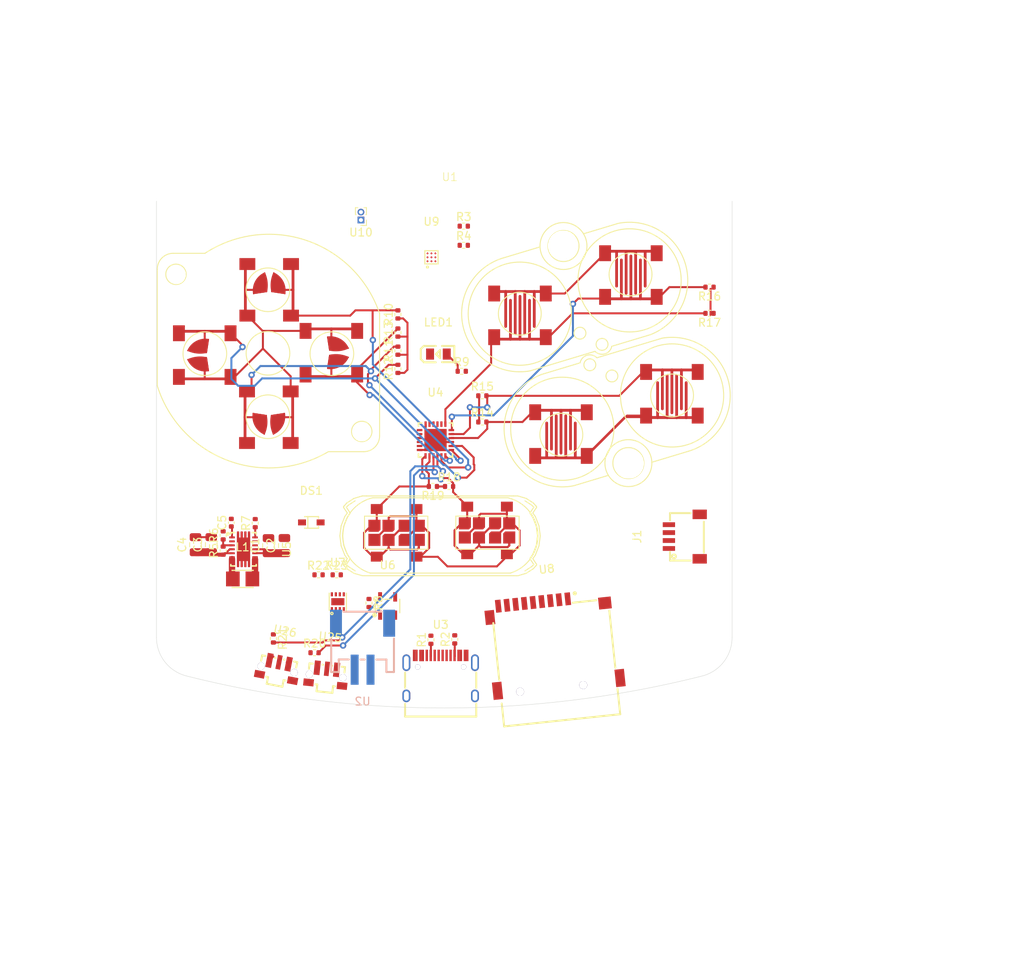
<source format=kicad_pcb>
(kicad_pcb (version 20221018) (generator pcbnew)
  (layers (0 "F.Cu" signal) (31 "B.Cu" signal) (34 "B.Paste" user) (35 "F.Paste" user) (36 "B.SilkS" user "B.Silkscreen") (37 "F.SilkS" user "F.Silkscreen") (38 "B.Mask" user) (39 "F.Mask" user) (44 "Edge.Cuts" user))
  (net 0 "")
  (net 1 "vina")
  (net 2 "gnd")
  (net 3 "out")
  (net 4 "vcc-1")
  (net 5 "vcc-2")
  (net 6 "pg")
  (net 7 "l2")
  (net 8 "l1")
  (net 9 "p1_0")
  (net 10 "p1_1")
  (net 11 "p1_2")
  (net 12 "p1_3")
  (net 13 "p0_0")
  (net 14 "p0_1")
  (net 15 "p0_2")
  (net 16 "p0_3")
  (net 17 "p0_4")
  (net 18 "p0_5")
  (net 19 "p0_6")
  (net 20 "p0_7")
  (net 21 "p1_4")
  (net 22 "p1_5")
  (net 23 "p1_6")
  (net 24 "p1_7")
  (net 25 "scl")
  (net 26 "sda")
  (net 27 "vcc")
  (net 28 "intn")
  (net 29 "rstn")
  (net 30 "vcc-3")
  (net 31 "sbu2")
  (net 32 "cc1")
  (net 33 "dm")
  (net 34 "dp")
  (net 35 "sbu1")
  (net 36 "cc2")
  (net 37 "vol_down.btn.btn-_4")
  (net 38 "vol_up.btn.btn-_4")
  (net 39 "mcp73831-gnd")
  (net 40 "prog")
  (net 41 "dat2")
  (net 42 "cs")
  (net 43 "mosi")
  (net 44 "sck")
  (net 45 "miso")
  (net 46 "dat1")
  (net 47 "net")
  (net 48 "uSD.card-ep")
  (net 49 "cathode")
  (net 50 "battery_measurement")
  (net 51 "ctg")
  (net 52 "qstrt")
  (net 53 "max17048-ep")
  (net 54 "en")
  (net 55 "reg")
  (net 56 "a")
  (net 57 "in_trig")
  (net 58 "b")
  (footprint "lib:R0402" (layer "F.Cu") (at 123.274 68.785 90)
    (fp_text reference "R12")
    (fp_text value "62.5mW Thick Film Resistors 50V ±100ppm/℃ ±1% 10kΩ 0402  Chip Resistor - Surface Mount ROHS")
  )
  (footprint "lib:C0805" (layer "F.Cu") (at 108.977903 91.054277 90)
    (fp_text reference "C2")
    (fp_text value "25V 10uF X5R ±10% 0805  Multilayer Ceramic Capacitors MLCC - SMD/SMT ROHS")
  )
  (footprint "lib:SOD-323_L1.8-W1.3-LS2.5-RD" (layer "F.Cu") (at 112.368 88.138)
    (fp_text reference "DS1")
    (fp_text value "")
  )
  (footprint "lib:VSON-14_L4.0-W3.0-P0.50-BL-EP_TI_DSJ" (layer "F.Cu") (at 103.828721 91.523474 -90)
    (fp_text reference "U5")
    (fp_text value "")
  )
  (footprint "lib:R0402" (layer "F.Cu") (at 107.59 102.76 -90)
    (fp_text reference "R21")
    (fp_text value "62.5mW Thick Film Resistors 50V ±100ppm/℃ ±1% 10kΩ 0402  Chip Resistor - Surface Mount ROHS")
  )
  (footprint "lib:SW-SMD_E-SWITCH_TL3340" (layer "F.Cu") (at 108.113453 106.722937 -11)
    (fp_text reference "U26")
    (fp_text value "")
  )
  (footprint "lib:GAMEBOY_COLOR_START_SELECT_MEMBRANE" (layer "F.Cu") (at 128.3352 89.4669)
    (fp_text reference "U22" hide)
    (fp_text value "" hide)
  )
  (footprint "lib:R0402" (layer "F.Cu") (at 123.274 61.925 90)
    (fp_text reference "R10")
    (fp_text value "62.5mW Thick Film Resistors 50V ±100ppm/℃ ±1% 10kΩ 0402  Chip Resistor - Surface Mount ROHS")
  )
  (footprint "lib:SOT-23-5_L3.0-W1.7-P0.95-LS2.8-BL" (layer "F.Cu") (at 121.981 98.672)
    (fp_text reference "U6")
    (fp_text value "")
  )
  (footprint "lib:R0402" (layer "F.Cu") (at 115.568 94.742)
    (fp_text reference "R23")
    (fp_text value "62.5mW Thick Film Resistors 50V ±100ppm/℃ ±1% 249Ω 0402  Chip Resistor - Surface Mount ROHS")
  )
  (footprint "lib:C0805" (layer "F.Cu") (at 106.974127 91.066119 90)
    (fp_text reference "C1")
    (fp_text value "25V 10uF X5R ±10% 0805  Multilayer Ceramic Capacitors MLCC - SMD/SMT ROHS")
  )
  (footprint "lib:GBC_DPAD_BUTTON" (layer "F.Cu") (at 107.018 74.879 90)
    (fp_text reference "U13" hide)
    (fp_text value "" hide)
  )
  (footprint "lib:DSBGA-9_L1.5-W1.5-R3-C3-P0.50-BL" (layer "F.Cu") (at 127.5 54.729)
    (fp_text reference "U9")
    (fp_text value "")
  )
  (footprint "lib:R0402" (layer "F.Cu") (at 129.718 83.607)
    (fp_text reference "R18")
    (fp_text value "62.5mW Thick Film Resistors 50V ±100ppm/℃ ±1% 10kΩ 0402  Chip Resistor - Surface Mount ROHS")
  )
  (footprint "lib:R0402" (layer "F.Cu") (at 131.57 53.213)
    (fp_text reference "R4")
    (fp_text value "62.5mW Thick Film Resistors 50V ±100ppm/℃ ±1% 10kΩ 0402  Chip Resistor - Surface Mount ROHS")
  )
  (footprint "lib:CONN-SMD_4P-P1.00_SM04B-SRSS-TB-LF-SN" (layer "F.Cu") (at 159.35 89.922 90)
    (fp_text reference "J1")
    (fp_text value "")
  )
  (footprint "lib:R0402" (layer "F.Cu") (at 101.264857 89.772847 90)
    (fp_text reference "R6")
    (fp_text value "62.5mW Thick Film Resistors 50V ±100ppm/℃ ±1% 27.4kΩ 0402  Chip Resistor - Surface Mount ROHS")
  )
  (footprint "lib:GBC_START_SELECT_BUTTON" (layer "F.Cu") (at 134.502 89.147 90)
    (fp_text reference "U23" hide)
    (fp_text value "" hide)
  )
  (footprint "lib:GBC_DPAD_BUTTON" (layer "F.Cu") (at 114.892 66.751 180)
    (fp_text reference "U15" hide)
    (fp_text value "" hide)
  )
  (footprint "lib:SIM-SMD_C9900007362" (layer "F.Cu") (at 142.986109 103.27631 6)
    (fp_text reference "U8")
    (fp_text value "")
  )
  (footprint "lib:R0402" (layer "F.Cu") (at 127.682 83.607 180)
    (fp_text reference "R19")
    (fp_text value "62.5mW Thick Film Resistors 50V ±100ppm/℃ ±1% 10kΩ 0402  Chip Resistor - Surface Mount ROHS")
  )
  (footprint "lib:R0402" (layer "F.Cu") (at 130.433795 102.87903 90)
    (fp_text reference "R2")
    (fp_text value "62.5mW Thick Film Resistors 50V ±100ppm/℃ ±1% 4.7kΩ 0402  Chip Resistor - Surface Mount ROHS")
  )
  (footprint "lib:GBC_A_B_BUTTON" (layer "F.Cu") (at 138.650695 62.041068 180)
    (fp_text reference "U21" hide)
    (fp_text value "" hide)
  )
  (footprint "lib:R0402" (layer "F.Cu") (at 131.316 69.088)
    (fp_text reference "R9")
    (fp_text value "62.5mW Thick Film Resistors 50V ±100ppm/℃ ±1% 2.55kΩ 0402  Chip Resistor - Surface Mount ROHS")
  )
  (footprint "lib:R0402" (layer "F.Cu") (at 162.526695 61.787068 180)
    (fp_text reference "R17")
    (fp_text value "62.5mW Thick Film Resistors 50V ±100ppm/℃ ±1% 10kΩ 0402  Chip Resistor - Surface Mount ROHS")
  )
  (footprint "lib:R0402" (layer "F.Cu") (at 123.274 66.495 90)
    (fp_text reference "R11")
    (fp_text value "62.5mW Thick Film Resistors 50V ±100ppm/℃ ±1% 10kΩ 0402  Chip Resistor - Surface Mount ROHS")
  )
  (footprint "lib:R0402" (layer "F.Cu") (at 127.433149 102.926103 90)
    (fp_text reference "R1")
    (fp_text value "62.5mW Thick Film Resistors 50V ±100ppm/℃ ±1% 4.7kΩ 0402  Chip Resistor - Surface Mount ROHS")
  )
  (footprint "lib:R0402" (layer "F.Cu") (at 113.282 94.742)
    (fp_text reference "R22")
    (fp_text value "62.5mW Thick Film Resistors 50V ±100ppm/℃ ±1% 255Ω 0402  Chip Resistor - Surface Mount ROHS")
  )
  (footprint "lib:LED0805-R-RD" (layer "F.Cu") (at 128.376 66.922)
    (fp_text reference "LED1")
    (fp_text value "")
  )
  (footprint "lib:USB-C-SMD_TYPE-611-T3-W" (layer "F.Cu") (at 128.6602 107.4486)
    (fp_text reference "U3")
    (fp_text value "")
  )
  (footprint "lib:R0402" (layer "F.Cu") (at 162.526695 58.485068 180)
    (fp_text reference "R16")
    (fp_text value "62.5mW Thick Film Resistors 50V ±100ppm/℃ ±1% 10kΩ 0402  Chip Resistor - Surface Mount ROHS")
  )
  (footprint "lib:C0805" (layer "F.Cu") (at 99.764719 90.940719 90)
    (fp_text reference "C3")
    (fp_text value "25V 10uF X5R ±10% 0805  Multilayer Ceramic Capacitors MLCC - SMD/SMT ROHS")
  )
  (footprint "lib:DFN-8_L2.0-W2.0-P0.50-BL-EP" (layer "F.Cu") (at 115.709 98.13)
    (fp_text reference "U7")
    (fp_text value "")
  )
  (footprint "lib:GBC_A_B_BUTTON" (layer "F.Cu") (at 152.620695 56.961068 180)
    (fp_text reference "U20" hide)
    (fp_text value "" hide)
  )
  (footprint "lib:GAMEBOY_COLOR_A_B_BUTTON_MEMBRANE" (layer "F.Cu") (at 145.617445 59.361352 180)
    (fp_text reference "U19" hide)
    (fp_text value "" hide)
  )
  (footprint "Connector_PinHeader_1.00mm:PinHeader_1x02_P1.00mm_Vertical" (layer "F.Cu") (at 118.618 50.03 180)
    (fp_text reference "U10")
    (fp_text value "")
  )
  (footprint "lib:GBC_DPAD_BUTTON" (layer "F.Cu") (at 98.942 67.049)
    (fp_text reference "U14" hide)
    (fp_text value "" hide)
  )
  (footprint "lib:SW-SMD_E-SWITCH_TL3340" (layer "F.Cu") (at 114.229858 107.555873 -6)
    (fp_text reference "U25")
    (fp_text value "")
  )
  (footprint "lib:C0402" (layer "F.Cu") (at 102.290406 88.171258 90)
    (fp_text reference "C5")
    (fp_text value "16V 100nF X7R ±10% 0402  Multilayer Ceramic Capacitors MLCC - SMD/SMT ROHS")
  )
  (footprint "lib:GBC_A_B_BUTTON" (layer "F.Cu") (at 143.816 77.006)
    (fp_text reference "U17" hide)
    (fp_text value "" hide)
  )
  (footprint "lib:GBC_START_SELECT_BUTTON" (layer "F.Cu") (at 123.112 89.449 90)
    (fp_text reference "U24" hide)
    (fp_text value "" hide)
  )
  (footprint "lib:GBC_DPAD_BUTTON" (layer "F.Cu") (at 107.062 58.825 -90)
    (fp_text reference "U12" hide)
    (fp_text value "" hide)
  )
  (footprint "lib:C0805" (layer "F.Cu") (at 97.778839 90.949379 90)
    (fp_text reference "C4")
    (fp_text value "25V 10uF X5R ±10% 0805  Multilayer Ceramic Capacitors MLCC - SMD/SMT ROHS")
  )
  (footprint "lib:GBC_A_B_BUTTON" (layer "F.Cu") (at 157.786 71.926)
    (fp_text reference "U18" hide)
    (fp_text value "" hide)
  )
  (footprint "lib:R0402" (layer "F.Cu") (at 133.91 75.482)
    (fp_text reference "R14")
    (fp_text value "62.5mW Thick Film Resistors 50V ±100ppm/℃ ±1% 10kΩ 0402  Chip Resistor - Surface Mount ROHS")
  )
  (footprint "lib:R0402" (layer "F.Cu") (at 105.304202 88.231331 90)
    (fp_text reference "R7")
    (fp_text value "62.5mW Thick Film Resistors 50V ±100ppm/℃ ±1% 1MΩ 0402  Chip Resistor - Surface Mount ROHS")
  )
  (footprint "lib:R0402" (layer "F.Cu") (at 101.264857 91.692 90)
    (fp_text reference "R5")
    (fp_text value "62.5mW Thick Film Resistors 50V ±100ppm/℃ ±1% 243kΩ 0402  Chip Resistor - Surface Mount ROHS")
  )
  (footprint "lib:BOX_EMU_BASE" (layer "F.Cu") (at 129.805 45.108)
    (fp_text reference "U1")
    (fp_text value "")
    (fp_line (start -36.94 2.539769) (end -36.94 57.529759) (stroke (width 0.05)) (layer "Edge.Cuts"))
    (fp_line (start 35.56 57.537278) (end 35.56 2.54) (stroke (width 0.05)) (layer "Edge.Cuts"))
    (fp_arc (start -33.163661 62.377719) (mid -35.884512 60.602359) (end -36.94 57.529759) (stroke (width 0.05)) (layer "Edge.Cuts"))
    (fp_arc (start 31.856609 62.368841) (mid -0.652974 66.414981) (end -33.16366 62.377719) (stroke (width 0.05)) (layer "Edge.Cuts"))
    (fp_arc (start 35.56 57.537278) (mid 34.528359 60.58163) (end 31.856609 62.368841) (stroke (width 0.05)) (layer "Edge.Cuts"))
  )
  (footprint "lib:R0402" (layer "F.Cu") (at 131.57 50.8)
    (fp_text reference "R3")
    (fp_text value "62.5mW Thick Film Resistors 50V ±100ppm/℃ ±1% 10kΩ 0402  Chip Resistor - Surface Mount ROHS")
  )
  (footprint "lib:R0402" (layer "F.Cu") (at 133.91 72.18)
    (fp_text reference "R15")
    (fp_text value "62.5mW Thick Film Resistors 50V ±100ppm/℃ ±1% 10kΩ 0402  Chip Resistor - Surface Mount ROHS")
  )
  (footprint "lib:IND-SMD_L2.5-W2.0_WPN252012H" (layer "F.Cu") (at 103.714939 95.258748)
    (fp_text reference "L1")
    (fp_text value "")
  )
  (footprint "lib:R0402" (layer "F.Cu") (at 123.274 64.211 90)
    (fp_text reference "R13")
    (fp_text value "62.5mW Thick Film Resistors 50V ±100ppm/℃ ±1% 10kΩ 0402  Chip Resistor - Surface Mount ROHS")
  )
  (footprint "lib:VFQFPN-24_L4.0-W4.0-P0.50-BL-EP2.8" (layer "F.Cu") (at 128.004 77.756)
    (fp_text reference "U4")
    (fp_text value "")
  )
  (footprint "lib:GAMEBOY_COLOR_A_B_BUTTON_MEMBRANE" (layer "F.Cu") (at 150.81925 74.605716)
    (fp_text reference "U16" hide)
    (fp_text value "" hide)
  )
  (footprint "lib:GAMEBOY_COLOR_DPAD_MEMBRANE" (layer "F.Cu") (at 106.903651 66.725871)
    (fp_text reference "U11" hide)
    (fp_text value "" hide)
  )
  (footprint "lib:R0402" (layer "F.Cu") (at 112.78 104.56)
    (fp_text reference "R20")
    (fp_text value "62.5mW Thick Film Resistors 50V ±100ppm/℃ ±1% 10kΩ 0402  Chip Resistor - Surface Mount ROHS")
  )
  (footprint "lib:R0402" (layer "F.Cu") (at 119.634 98.296 -90)
    (fp_text reference "R8")
    (fp_text value "62.5mW Thick Film Resistors 50V ±100ppm/℃ ±1% 2kΩ 0402  Chip Resistor - Surface Mount ROHS")
  )
  (footprint "lib:CONN-SMD_P2.00_S2B-PH-SM4-TB-LF-SN" (layer "B.Cu") (at 118.824 103.768)
    (fp_text reference "U2")
    (fp_text value "")
  )
  (segment (start 102.378721 88.739573) (end 102.290406 88.651258) (width 0.25) (layer "F.Cu") (net 1))
  (segment (start 102.378721 90.023474) (end 102.378721 88.739573) (width 0.25) (layer "F.Cu") (net 1))
  (segment (start 124.075 69.295) (end 123.274 69.295) (width 0.25) (layer "F.Cu") (net 2))
  (segment (start 97.778839 89.999379) (end 99.756059 89.999379) (width 0.25) (layer "F.Cu") (net 2))
  (segment (start 162.65175 58.700284) (end 162.65175 62.002284) (width 0.25) (layer "F.Cu") (net 2))
  (segment (start 123.274 62.435) (end 123.935 62.435) (width 0.25) (layer "F.Cu") (net 2))
  (segment (start 123.935 62.435) (end 124.48 62.98) (width 0.25) (layer "F.Cu") (net 2))
  (segment (start 124.475 67.005) (end 124.48 67.01) (width 0.25) (layer "F.Cu") (net 2))
  (segment (start 99.756059 89.999379) (end 99.764719 89.990719) (width 0.25) (layer "F.Cu") (net 2))
  (segment (start 124.48 64.74) (end 124.48 67.01) (width 0.25) (layer "F.Cu") (net 2))
  (segment (start 123.274 64.721) (end 124.461 64.721) (width 0.25) (layer "F.Cu") (net 2))
  (segment (start 126.004 79.006) (end 126.764 79.006) (width 0.25) (layer "F.Cu") (net 2))
  (segment (start 128.264 78.006) (end 128.014 77.756) (width 0.25) (layer "F.Cu") (net 2))
  (segment (start 126.764 75.756) (end 126.764 76.506) (width 0.25) (layer "F.Cu") (net 2))
  (segment (start 124.48 68.89) (end 124.075 69.295) (width 0.25) (layer "F.Cu") (net 2))
  (segment (start 124.48 62.98) (end 124.48 64.74) (width 0.25) (layer "F.Cu") (net 2))
  (segment (start 124.461 64.721) (end 124.48 64.74) (width 0.25) (layer "F.Cu") (net 2))
  (segment (start 126.764 79.006) (end 128.014 77.756) (width 0.25) (layer "F.Cu") (net 2))
  (segment (start 133.50675 75.420284) (end 133.50675 72.118284) (width 0.25) (layer "F.Cu") (net 2))
  (segment (start 123.274 67.005) (end 124.475 67.005) (width 0.25) (layer "F.Cu") (net 2))
  (segment (start 129.208 83.607) (end 128.192 83.607) (width 0.25) (layer "F.Cu") (net 2))
  (segment (start 130.004 78.006) (end 128.264 78.006) (width 0.25) (layer "F.Cu") (net 2))
  (segment (start 124.48 67.01) (end 124.48 68.89) (width 0.25) (layer "F.Cu") (net 2))
  (segment (start 126.764 76.506) (end 128.014 77.756) (width 0.25) (layer "F.Cu") (net 2))
  (segment (start 101.264857 90.282847) (end 101.264857 91.182) (width 0.25) (layer "F.Cu") (net 3))
  (segment (start 101.264857 91.182) (end 101.423383 91.023474) (width 0.25) (layer "F.Cu") (net 3))
  (segment (start 101.423383 91.023474) (end 102.378721 91.023474) (width 0.25) (layer "F.Cu") (net 3))
  (segment (start 102.088431 91.523474) (end 101.409905 92.202) (width 0.25) (layer "F.Cu") (net 4))
  (segment (start 101.264857 92.202) (end 100.076 92.202) (width 0.5) (layer "F.Cu") (net 4))
  (segment (start 101.409905 92.202) (end 101.264857 92.202) (width 0.25) (layer "F.Cu") (net 4))
  (segment (start 102.378721 91.523474) (end 102.088431 91.523474) (width 0.25) (layer "F.Cu") (net 4))
  (segment (start 100.076 92.202) (end 99.764719 91.890719) (width 0.25) (layer "F.Cu") (net 4))
  (segment (start 101.264857 92.202) (end 101.443383 92.023474) (width 0.25) (layer "F.Cu") (net 4))
  (segment (start 101.443383 92.023474) (end 102.378721 92.023474) (width 0.25) (layer "F.Cu") (net 4))
  (segment (start 99.756059 91.899379) (end 99.764719 91.890719) (width 0.25) (layer "F.Cu") (net 4))
  (segment (start 97.778839 91.899379) (end 99.756059 91.899379) (width 1) (layer "F.Cu") (net 4))
  (segment (start 106.974127 92.016119) (end 108.966061 92.016119) (width 1) (layer "F.Cu") (net 5))
  (segment (start 108.966061 92.016119) (end 108.977903 92.004277) (width 0.25) (layer "F.Cu") (net 5))
  (segment (start 108.958706 92.023474) (end 108.977903 92.004277) (width 0.25) (layer "F.Cu") (net 5))
  (segment (start 105.278721 91.523474) (end 106.481482 91.523474) (width 0.25) (layer "F.Cu") (net 5))
  (segment (start 106.974127 92.016119) (end 105.286076 92.016119) (width 0.25) (layer "F.Cu") (net 5))
  (segment (start 105.286076 92.016119) (end 105.278721 92.023474) (width 0.25) (layer "F.Cu") (net 5))
  (segment (start 106.481482 91.523474) (end 106.974127 92.016119) (width 0.25) (layer "F.Cu") (net 5))
  (segment (start 105.304202 89.997993) (end 105.278721 90.023474) (width 0.25) (layer "F.Cu") (net 6))
  (segment (start 105.304202 88.741331) (end 105.304202 89.997993) (width 0.25) (layer "F.Cu") (net 6))
  (segment (start 102.378721 92.758474) (end 102.378721 95.15253) (width 0.8) (layer "F.Cu") (net 7))
  (segment (start 102.378721 95.15253) (end 102.484939 95.258748) (width 0.25) (layer "F.Cu") (net 7))
  (segment (start 105.278721 94.924966) (end 104.944939 95.258748) (width 0.25) (layer "F.Cu") (net 8))
  (segment (start 105.278721 92.808474) (end 105.278721 94.924966) (width 0.8) (layer "F.Cu") (net 8))
  (segment (start 128.841708 82.55) (end 128.691528 82.70018) (width 0.25) (layer "F.Cu") (net 9))
  (segment (start 130.228 84.315224) (end 132.030888 86.118112) (width 0.25) (layer "F.Cu") (net 9))
  (segment (start 130.228 83.607) (end 130.228 84.315224) (width 0.25) (layer "F.Cu") (net 9))
  (segment (start 130.228 83.178) (end 129.6 82.55) (width 0.25) (layer "F.Cu") (net 9))
  (segment (start 130.228 83.607) (end 130.228 83.178) (width 0.25) (layer "F.Cu") (net 9))
  (segment (start 126.34519 80.16481) (end 126.34519 82.295) (width 0.25) (layer "F.Cu") (net 9))
  (segment (start 129.6 82.55) (end 128.841708 82.55) (width 0.25) (layer "F.Cu") (net 9))
  (segment (start 126.754 79.756) (end 126.34519 80.16481) (width 0.25) (layer "F.Cu") (net 9))
  (via (at 126.34519 82.295) (size 0.8) (drill 0.4) (layers "F.Cu" "B.Cu") (net 9))
  (via (at 128.691528 82.70018) (size 0.8) (drill 0.4) (layers "F.Cu" "B.Cu") (net 9))
  (segment (start 126.623489 82.573299) (end 128.564647 82.573299) (width 0.25) (layer "B.Cu") (net 9))
  (segment (start 126.34519 82.295) (end 126.623489 82.573299) (width 0.25) (layer "B.Cu") (net 9))
  (segment (start 128.564647 82.573299) (end 128.691528 82.70018) (width 0.25) (layer "B.Cu") (net 9))
  (segment (start 126.845 81.671016) (end 126.845 80.895) (width 0.25) (layer "F.Cu") (net 10))
  (segment (start 127.254 80.486) (end 127.254 79.756) (width 0.25) (layer "F.Cu") (net 10))
  (segment (start 126.845 80.895) (end 127.254 80.486) (width 0.25) (layer "F.Cu") (net 10))
  (segment (start 123.454 83.607) (end 120.612 86.449) (width 0.25) (layer "F.Cu") (net 10))
  (segment (start 127.172 83.607) (end 127.172 81.998016) (width 0.25) (layer "F.Cu") (net 10))
  (segment (start 127.172 83.607) (end 123.454 83.607) (width 0.25) (layer "F.Cu") (net 10))
  (segment (start 127.172 81.998016) (end 126.845 81.671016) (width 0.25) (layer "F.Cu") (net 10))
  (segment (start 127.754 81.637334) (end 127.914965 81.798299) (width 0.25) (layer "F.Cu") (net 11))
  (segment (start 113.109034 104.740966) (end 113.29 104.56) (width 0.25) (layer "F.Cu") (net 11))
  (segment (start 127.754 79.756) (end 127.754 81.637334) (width 0.25) (layer "F.Cu") (net 11))
  (segment (start 114.2 103.65) (end 116.37 103.65) (width 0.25) (layer "F.Cu") (net 11))
  (segment (start 113.29 104.56) (end 114.2 103.65) (width 0.25) (layer "F.Cu") (net 11))
  (via (at 127.914965 81.798299) (size 0.8) (drill 0.4) (layers "F.Cu" "B.Cu") (net 11))
  (via (at 116.37 103.65) (size 0.8) (drill 0.4) (layers "F.Cu" "B.Cu") (net 11))
  (segment (start 127.636666 81.52) (end 127.914965 81.798299) (width 0.25) (layer "B.Cu") (net 11))
  (segment (start 125.29 82.226396) (end 125.996396 81.52) (width 0.25) (layer "B.Cu") (net 11))
  (segment (start 116.37 103.65) (end 125.29 94.73) (width 0.25) (layer "B.Cu") (net 11))
  (segment (start 125.29 94.73) (end 125.29 82.226396) (width 0.25) (layer "B.Cu") (net 11))
  (segment (start 125.996396 81.52) (end 127.636666 81.52) (width 0.25) (layer "B.Cu") (net 11))
  (segment (start 128.94 81.68) (end 128.254 80.994) (width 0.25) (layer "F.Cu") (net 12))
  (segment (start 128.254 80.994) (end 128.254 79.756) (width 0.25) (layer "F.Cu") (net 12))
  (segment (start 115.88 103.01) (end 116.26 102.63) (width 0.25) (layer "F.Cu") (net 12))
  (segment (start 107.59 103.27) (end 113.79 103.27) (width 0.25) (layer "F.Cu") (net 12))
  (segment (start 114.05 103.01) (end 115.88 103.01) (width 0.25) (layer "F.Cu") (net 12))
  (segment (start 113.79 103.27) (end 114.05 103.01) (width 0.25) (layer "F.Cu") (net 12))
  (via (at 128.94 81.68) (size 0.8) (drill 0.4) (layers "F.Cu" "B.Cu") (net 12))
  (via (at 116.26 102.63) (size 0.8) (drill 0.4) (layers "F.Cu" "B.Cu") (net 12))
  (segment (start 128.33 81.07) (end 128.94 81.68) (width 0.25) (layer "B.Cu") (net 12))
  (segment (start 116.26 102.63) (end 124.84 94.05) (width 0.25) (layer "B.Cu") (net 12))
  (segment (start 124.84 81.68) (end 125.43 81.09) (width 0.25) (layer "B.Cu") (net 12))
  (segment (start 124.84 94.05) (end 124.84 81.68) (width 0.25) (layer "B.Cu") (net 12))
  (segment (start 125.43 81.09) (end 125.43 81.07) (width 0.25) (layer "B.Cu") (net 12))
  (segment (start 125.43 81.07) (end 128.33 81.07) (width 0.25) (layer "B.Cu") (net 12))
  (segment (start 117.265 62.075) (end 117.93 61.41) (width 0.25) (layer "F.Cu") (net 13))
  (segment (start 117.93 61.41) (end 120.09 61.41) (width 0.25) (layer "F.Cu") (net 13))
  (segment (start 129.566016 81.21) (end 132.12 81.21) (width 0.25) (layer "F.Cu") (net 13))
  (segment (start 123.269 61.41) (end 123.274 61.415) (width 0.25) (layer "F.Cu") (net 13))
  (segment (start 128.754 79.756) (end 128.754 80.397984) (width 0.25) (layer "F.Cu") (net 13))
  (segment (start 120.09 61.41) (end 120.09 65.12) (width 0.25) (layer "F.Cu") (net 13))
  (segment (start 120.09 61.41) (end 123.269 61.41) (width 0.25) (layer "F.Cu") (net 13))
  (segment (start 120.09 65.12) (end 120.12 65.15) (width 0.25) (layer "F.Cu") (net 13))
  (segment (start 128.754 80.397984) (end 129.566016 81.21) (width 0.25) (layer "F.Cu") (net 13))
  (segment (start 109.812 62.075) (end 117.265 62.075) (width 0.25) (layer "F.Cu") (net 13))
  (via (at 120.12 65.15) (size 0.8) (drill 0.4) (layers "F.Cu" "B.Cu") (net 13))
  (via (at 132.12 81.21) (size 0.8) (drill 0.4) (layers "F.Cu" "B.Cu") (net 13))
  (segment (start 130.91 79.01) (end 132.12 80.22) (width 0.25) (layer "B.Cu") (net 13))
  (segment (start 120.12 68.22) (end 130.91 79.01) (width 0.25) (layer "B.Cu") (net 13))
  (segment (start 120.12 65.15) (end 120.12 68.22) (width 0.25) (layer "B.Cu") (net 13))
  (segment (start 132.12 80.22) (end 132.12 81.21) (width 0.25) (layer "B.Cu") (net 13))
  (segment (start 123.274 65.985) (end 122.775 65.985) (width 0.25) (layer "F.Cu") (net 14))
  (segment (start 119.5 69.457416) (end 119.8807 69.076716) (width 0.25) (layer "F.Cu") (net 14))
  (segment (start 122.775 65.985) (end 119.8807 68.8793) (width 0.25) (layer "F.Cu") (net 14))
  (segment (start 119.69 70.84) (end 119.5 70.65) (width 0.25) (layer "F.Cu") (net 14))
  (segment (start 104.84 69.55) (end 104.84 71.057) (width 0.25) (layer "F.Cu") (net 14))
  (segment (start 129.805659 80.307659) (end 129.805659 80.353647) (width 0.25) (layer "F.Cu") (net 14))
  (segment (start 119.8807 68.8793) (end 119.8807 69.076716) (width 0.25) (layer "F.Cu") (net 14))
  (segment (start 129.254 79.756) (end 129.805659 80.307659) (width 0.25) (layer "F.Cu") (net 14))
  (segment (start 104.84 71.057) (end 104.268 71.629) (width 0.25) (layer "F.Cu") (net 14))
  (segment (start 119.5 70.65) (end 119.5 69.457416) (width 0.25) (layer "F.Cu") (net 14))
  (via (at 119.8807 69.076716) (size 0.8) (drill 0.4) (layers "F.Cu" "B.Cu") (net 14))
  (via (at 119.69 70.84) (size 0.8) (drill 0.4) (layers "F.Cu" "B.Cu") (net 14))
  (via (at 129.805659 80.353647) (size 0.8) (drill 0.4) (layers "F.Cu" "B.Cu") (net 14))
  (via (at 104.84 69.55) (size 0.8) (drill 0.4) (layers "F.Cu" "B.Cu") (net 14))
  (segment (start 105.96 68.43) (end 119.233984 68.43) (width 0.25) (layer "B.Cu") (net 14))
  (segment (start 119.69 70.84) (end 129.203647 80.353647) (width 0.25) (layer "B.Cu") (net 14))
  (segment (start 129.203647 80.353647) (end 129.805659 80.353647) (width 0.25) (layer "B.Cu") (net 14))
  (segment (start 104.84 69.55) (end 105.96 68.43) (width 0.25) (layer "B.Cu") (net 14))
  (segment (start 119.233984 68.43) (end 119.8807 69.076716) (width 0.25) (layer "B.Cu") (net 14))
  (segment (start 122.114116 68.275) (end 120.399543 69.989573) (width 0.25) (layer "F.Cu") (net 15))
  (segment (start 103.7 66.03) (end 103.7 65.807) (width 0.25) (layer "F.Cu") (net 15))
  (segment (start 103.7 65.807) (end 102.192 64.299) (width 0.25) (layer "F.Cu") (net 15))
  (segment (start 130.004 79.006) (end 131.161992 80.163992) (width 0.25) (layer "F.Cu") (net 15))
  (segment (start 123.274 68.275) (end 122.114116 68.275) (width 0.25) (layer "F.Cu") (net 15))
  (segment (start 131.161992 80.163992) (end 131.161992 80.358008) (width 0.25) (layer "F.Cu") (net 15))
  (via (at 103.7 66.03) (size 0.8) (drill 0.4) (layers "F.Cu" "B.Cu") (net 15))
  (via (at 120.399543 69.989573) (size 0.8) (drill 0.4) (layers "F.Cu" "B.Cu") (net 15))
  (via (at 131.161992 80.358008) (size 0.8) (drill 0.4) (layers "F.Cu" "B.Cu") (net 15))
  (segment (start 130.767978 80.358008) (end 131.161992 80.358008) (width 0.25) (layer "B.Cu") (net 15))
  (segment (start 130.580659 80.032631) (end 130.580659 80.170689) (width 0.25) (layer "B.Cu") (net 15))
  (segment (start 129.988617 79.578647) (end 130.126675 79.578647) (width 0.25) (layer "B.Cu") (net 15))
  (segment (start 103.16 70.92) (end 105.24 70.92) (width 0.25) (layer "B.Cu") (net 15))
  (segment (start 130.126675 79.578647) (end 130.580659 80.032631) (width 0.25) (layer "B.Cu") (net 15))
  (segment (start 102.3 70.06) (end 103.16 70.92) (width 0.25) (layer "B.Cu") (net 15))
  (segment (start 130.580659 80.170689) (end 130.767978 80.358008) (width 0.25) (layer "B.Cu") (net 15))
  (segment (start 103.7 66.03) (end 102.3 67.43) (width 0.25) (layer "B.Cu") (net 15))
  (segment (start 102.3 67.43) (end 102.3 70.06) (width 0.25) (layer "B.Cu") (net 15))
  (segment (start 120.399543 69.989573) (end 129.988617 79.578647) (width 0.25) (layer "B.Cu") (net 15))
  (segment (start 106.170427 69.989573) (end 120.399543 69.989573) (width 0.25) (layer "B.Cu") (net 15))
  (segment (start 105.24 70.92) (end 106.170427 69.989573) (width 0.25) (layer "B.Cu") (net 15))
  (segment (start 118.142 68.833) (end 118.142 69.501) (width 0.25) (layer "F.Cu") (net 16))
  (segment (start 132.895 80.888984) (end 132.895 81.531016) (width 0.25) (layer "F.Cu") (net 16))
  (segment (start 132.82 80.813984) (end 132.895 80.888984) (width 0.25) (layer "F.Cu") (net 16))
  (segment (start 130.004 78.506) (end 131.366 78.506) (width 0.25) (layer "F.Cu") (net 16))
  (segment (start 131.93275 82.493266) (end 130.828183 82.493266) (width 0.25) (layer "F.Cu") (net 16))
  (segment (start 131.366 78.506) (end 132.82 79.96) (width 0.25) (layer "F.Cu") (net 16))
  (segment (start 132.895 81.531016) (end 131.93275 82.493266) (width 0.25) (layer "F.Cu") (net 16))
  (segment (start 123.274 63.701) (end 118.142 68.833) (width 0.25) (layer "F.Cu") (net 16))
  (segment (start 118.142 70.502) (end 118.142 69.501) (width 0.25) (layer "F.Cu") (net 16))
  (segment (start 119.72 72.08) (end 118.142 70.502) (width 0.25) (layer "F.Cu") (net 16))
  (segment (start 132.82 79.96) (end 132.82 80.813984) (width 0.25) (layer "F.Cu") (net 16))
  (via (at 119.72 72.08) (size 0.8) (drill 0.4) (layers "F.Cu" "B.Cu") (net 16))
  (via (at 130.828183 82.493266) (size 0.8) (drill 0.4) (layers "F.Cu" "B.Cu") (net 16))
  (segment (start 129.011396 80.905) (end 129.239917 80.905) (width 0.25) (layer "B.Cu") (net 16))
  (segment (start 119.72 72.08) (end 120.186396 72.08) (width 0.25) (layer "B.Cu") (net 16))
  (segment (start 129.239917 80.905) (end 130.828183 82.493266) (width 0.25) (layer "B.Cu") (net 16))
  (segment (start 120.186396 72.08) (end 129.011396 80.905) (width 0.25) (layer "B.Cu") (net 16))
  (segment (start 134.42 75.482) (end 138.965 75.482) (width 0.25) (layer "F.Cu") (net 17))
  (segment (start 138.965 75.482) (end 140.191 74.256) (width 0.25) (layer "F.Cu") (net 17))
  (segment (start 134.52675 76.34325) (end 133.37 77.5) (width 0.25) (layer "F.Cu") (net 17))
  (segment (start 134.52675 75.420284) (end 134.52675 76.34325) (width 0.25) (layer "F.Cu") (net 17))
  (segment (start 130.01 77.5) (end 130.004 77.506) (width 0.25) (layer "F.Cu") (net 17))
  (segment (start 133.37 77.5) (end 130.01 77.5) (width 0.25) (layer "F.Cu") (net 17))
  (segment (start 131.554 77.006) (end 130.004 77.006) (width 0.25) (layer "F.Cu") (net 18))
  (segment (start 134.52675 73.63675) (end 134.53 73.64) (width 0.25) (layer "F.Cu") (net 18))
  (segment (start 134.42 72.18) (end 151.157 72.18) (width 0.25) (layer "F.Cu") (net 18))
  (segment (start 134.52675 72.118284) (end 134.52675 73.63675) (width 0.25) (layer "F.Cu") (net 18))
  (segment (start 132.35 76.21) (end 131.554 77.006) (width 0.25) (layer "F.Cu") (net 18))
  (segment (start 151.157 72.18) (end 154.161 69.176) (width 0.25) (layer "F.Cu") (net 18))
  (segment (start 132.35 73.63) (end 132.35 76.21) (width 0.25) (layer "F.Cu") (net 18))
  (via (at 132.35 73.63) (size 0.8) (drill 0.4) (layers "F.Cu" "B.Cu") (net 18))
  (via (at 134.53 73.64) (size 0.8) (drill 0.4) (layers "F.Cu" "B.Cu") (net 18))
  (segment (start 134.53 73.64) (end 132.36 73.64) (width 0.25) (layer "B.Cu") (net 18))
  (segment (start 132.36 73.64) (end 132.35 73.63) (width 0.25) (layer "B.Cu") (net 18))
  (segment (start 148.98575 59.926284) (end 145.993716 59.926284) (width 0.25) (layer "F.Cu") (net 19))
  (segment (start 145.993716 59.926284) (end 145.32 60.6) (width 0.25) (layer "F.Cu") (net 19))
  (segment (start 130.07 76.44) (end 130.004 76.506) (width 0.25) (layer "F.Cu") (net 19))
  (segment (start 157.471695 58.485068) (end 156.245695 59.711068) (width 0.25) (layer "F.Cu") (net 19))
  (segment (start 130.07 74.82) (end 130.07 76.44) (width 0.25) (layer "F.Cu") (net 19))
  (segment (start 162.016695 58.485068) (end 157.471695 58.485068) (width 0.25) (layer "F.Cu") (net 19))
  (via (at 145.32 60.6) (size 0.8) (drill 0.4) (layers "F.Cu" "B.Cu") (net 19))
  (via (at 130.07 74.82) (size 0.8) (drill 0.4) (layers "F.Cu" "B.Cu") (net 19))
  (segment (start 145.32 64.64) (end 135.31 74.65) (width 0.25) (layer "B.Cu") (net 19))
  (segment (start 130.24 74.65) (end 130.07 74.82) (width 0.25) (layer "B.Cu") (net 19))
  (segment (start 135.31 74.65) (end 130.24 74.65) (width 0.25) (layer "B.Cu") (net 19))
  (segment (start 145.32 60.6) (end 145.32 64.64) (width 0.25) (layer "B.Cu") (net 19))
  (segment (start 135.01575 65.006284) (end 135.01575 68.11425) (width 0.25) (layer "F.Cu") (net 20))
  (segment (start 145.279695 61.787068) (end 142.275695 64.791068) (width 0.25) (layer "F.Cu") (net 20))
  (segment (start 135.01575 68.11425) (end 129.254 73.876) (width 0.25) (layer "F.Cu") (net 20))
  (segment (start 162.016695 61.787068) (end 145.279695 61.787068) (width 0.25) (layer "F.Cu") (net 20))
  (segment (start 129.254 73.876) (end 129.254 75.756) (width 0.25) (layer "F.Cu") (net 20))
  (segment (start 152.146 74.676) (end 147.066 79.756) (width 0.25) (layer "F.Cu") (net 27))
  (segment (start 147.17275 79.54725) (end 151.855716 74.864284) (width 0.25) (layer "F.Cu") (net 27))
  (segment (start 109.768 71.629) (end 109.768 69.728) (width 0.25) (layer "F.Cu") (net 27))
  (segment (start 111.642 64.001) (end 106.302 64.001) (width 0.25) (layer "F.Cu") (net 27))
  (segment (start 109.768 69.728) (end 106.27 66.23) (width 0.25) (layer "F.Cu") (net 27))
  (segment (start 144.290695 59.291068) (end 149.370695 54.211068) (width 0.25) (layer "F.Cu") (net 27))
  (segment (start 125.65 92.47) (end 128.3 92.47) (width 0.25) (layer "F.Cu") (net 27))
  (segment (start 106.302 64.001) (end 106.27 64.033) (width 0.25) (layer "F.Cu") (net 27))
  (segment (start 151.855716 74.864284) (end 157.89275 74.864284) (width 0.25) (layer "F.Cu") (net 27))
  (segment (start 115.426988 106.581242) (end 115.555558 106.709812) (width 0.25) (layer "F.Cu") (net 27))
  (segment (start 129.51 93.68) (end 135.74 93.68) (width 0.25) (layer "F.Cu") (net 27))
  (segment (start 147.17275 79.694284) (end 147.17275 79.54725) (width 0.25) (layer "F.Cu") (net 27))
  (segment (start 107.093044 105.526247) (end 107.59 105.029291) (width 0.25) (layer "F.Cu") (net 27))
  (segment (start 106.27 64.033) (end 104.312 62.075) (width 0.25) (layer "F.Cu") (net 27))
  (segment (start 154.536 74.676) (end 152.146 74.676) (width 0.25) (layer "F.Cu") (net 27))
  (segment (start 128.3 92.47) (end 129.51 93.68) (width 0.25) (layer "F.Cu") (net 27))
  (segment (start 109.273152 105.760942) (end 109.507847 105.995637) (width 0.25) (layer "F.Cu") (net 27))
  (segment (start 102.701 69.799) (end 106.27 66.23) (width 0.25) (layer "F.Cu") (net 27))
  (segment (start 102.192 69.799) (end 102.701 69.799) (width 0.25) (layer "F.Cu") (net 27))
  (segment (start 106.27 66.23) (end 106.27 64.033) (width 0.25) (layer "F.Cu") (net 27))
  (segment (start 141.900695 59.291068) (end 144.290695 59.291068) (width 0.25) (layer "F.Cu") (net 27))
  (segment (start 135.74 93.68) (end 137.12 92.3) (width 0.25) (layer "F.Cu") (net 27))
  (segment (start 127.433149 103.436103) (end 127.433149 105.005651) (width 0.25) (layer "F.Cu") (net 32))
  (segment (start 127.433149 105.005651) (end 127.4102 105.0286) (width 0.25) (layer "F.Cu") (net 32))
  (segment (start 130.433795 103.38903) (end 130.433795 105.005005) (width 0.25) (layer "F.Cu") (net 36))
  (segment (start 130.433795 105.005005) (end 130.4102 105.0286) (width 0.25) (layer "F.Cu") (net 36))
  (segment (start 129.426 66.922) (end 130.806 68.302) (width 0.25) (layer "F.Cu") (net 49))
  (segment (start 130.806 68.302) (end 130.806 69.088) (width 0.25) (layer "F.Cu") (net 49))
)
</source>
